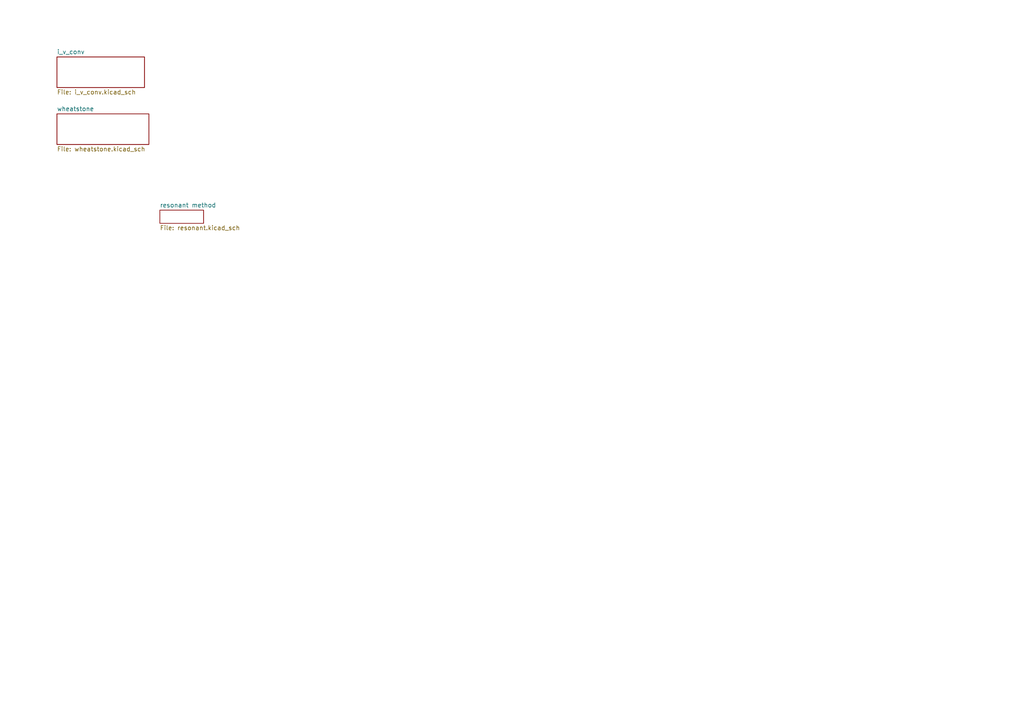
<source format=kicad_sch>
(kicad_sch
	(version 20250114)
	(generator "eeschema")
	(generator_version "9.0")
	(uuid "ba5b7f3f-bcc2-4274-bf72-d951c4da15c7")
	(paper "A4")
	(lib_symbols)
	(text "Ix"
		(exclude_from_sim no)
		(at 121.666 -16.51 0)
		(effects
			(font
				(size 1.27 1.27)
				(color 0 142 7 1)
			)
		)
		(uuid "6cd0e08a-2c71-4260-bd76-c82aae58034c")
	)
	(text "Ux"
		(exclude_from_sim no)
		(at 115.824 -21.336 0)
		(effects
			(font
				(size 1.27 1.27)
				(color 213 0 18 1)
			)
		)
		(uuid "8cc63dd2-6cd7-4e94-9c3f-91e9fa0f777b")
	)
	(text "Ix"
		(exclude_from_sim no)
		(at 110.49 -30.48 0)
		(effects
			(font
				(size 1.27 1.27)
			)
		)
		(uuid "c90d94ab-7bb2-4676-9f4e-7ed75a2e2573")
	)
	(polyline
		(pts
			(xy 113.284 -28.194) (xy 114.046 -28.702)
		)
		(stroke
			(width 0)
			(type default)
		)
		(uuid "3d97cb43-a91b-4955-a403-ab559f58f0d4")
	)
	(polyline
		(pts
			(xy 114.046 -17.526) (xy 114.554 -18.288)
		)
		(stroke
			(width 0)
			(type solid)
			(color 213 0 18 1)
		)
		(uuid "416ccbea-0152-4272-8f59-53ee9562f56a")
	)
	(polyline
		(pts
			(xy 113.284 -29.21) (xy 114.046 -28.702)
		)
		(stroke
			(width 0)
			(type default)
		)
		(uuid "450918a4-ff33-433e-851c-e99e4393e902")
	)
	(polyline
		(pts
			(xy 107.696 -28.702) (xy 113.284 -28.702)
		)
		(stroke
			(width 0)
			(type default)
		)
		(uuid "4639f508-eb0b-4cee-9c3b-f9a575a91ed1")
	)
	(polyline
		(pts
			(xy 124.46 -15.24) (xy 125.222 -14.732)
		)
		(stroke
			(width 0)
			(type default)
			(color 0 142 7 1)
		)
		(uuid "4e582ae6-fd83-4b12-8c85-ec2aac487603")
	)
	(polyline
		(pts
			(xy 118.872 -14.732) (xy 124.46 -14.732)
		)
		(stroke
			(width 0)
			(type default)
			(color 0 142 7 1)
		)
		(uuid "5eb27c69-8dd7-4259-b0fa-e7b80867c316")
	)
	(polyline
		(pts
			(xy 113.284 -29.21) (xy 113.284 -28.194)
		)
		(stroke
			(width 0)
			(type default)
		)
		(uuid "c17131df-3225-4fda-a4bb-c8883601f130")
	)
	(polyline
		(pts
			(xy 113.538 -18.288) (xy 114.046 -17.526)
		)
		(stroke
			(width 0)
			(type solid)
			(color 213 0 18 1)
		)
		(uuid "c6aa17b8-848d-4830-909c-f71f601bb401")
	)
	(polyline
		(pts
			(xy 124.46 -14.224) (xy 125.222 -14.732)
		)
		(stroke
			(width 0)
			(type default)
			(color 0 142 7 1)
		)
		(uuid "ca6e945d-220c-464f-8106-62c3706e6c31")
	)
	(polyline
		(pts
			(xy 114.046 -25.146) (xy 114.046 -17.526)
		)
		(stroke
			(width 0)
			(type solid)
			(color 213 0 18 1)
		)
		(uuid "ec68528d-8d2f-46a0-9ce6-213cf9553d23")
	)
	(polyline
		(pts
			(xy 124.46 -15.24) (xy 124.46 -14.224)
		)
		(stroke
			(width 0)
			(type default)
			(color 0 142 7 1)
		)
		(uuid "f74cd8b2-b06f-40af-ba4f-357938dde75c")
	)
	(sheet
		(at 16.51 16.51)
		(size 25.4 8.89)
		(exclude_from_sim no)
		(in_bom yes)
		(on_board yes)
		(dnp no)
		(fields_autoplaced yes)
		(stroke
			(width 0.1524)
			(type solid)
		)
		(fill
			(color 0 0 0 0.0000)
		)
		(uuid "81b9f537-724d-48ac-ae2f-ece78e16245d")
		(property "Sheetname" "i_v_conv"
			(at 16.51 15.7984 0)
			(effects
				(font
					(size 1.27 1.27)
				)
				(justify left bottom)
			)
		)
		(property "Sheetfile" "i_v_conv.kicad_sch"
			(at 16.51 25.9846 0)
			(effects
				(font
					(size 1.27 1.27)
				)
				(justify left top)
			)
		)
		(instances
			(project "schemata"
				(path "/ba5b7f3f-bcc2-4274-bf72-d951c4da15c7"
					(page "2")
				)
			)
		)
	)
	(sheet
		(at 46.355 60.96)
		(size 12.7 3.81)
		(exclude_from_sim no)
		(in_bom yes)
		(on_board yes)
		(dnp no)
		(fields_autoplaced yes)
		(stroke
			(width 0.1524)
			(type solid)
		)
		(fill
			(color 0 0 0 0.0000)
		)
		(uuid "b07e9222-1b5b-4006-ba73-7ec0f2c6acad")
		(property "Sheetname" "resonant method"
			(at 46.355 60.2484 0)
			(effects
				(font
					(size 1.27 1.27)
				)
				(justify left bottom)
			)
		)
		(property "Sheetfile" "resonant.kicad_sch"
			(at 46.355 65.3546 0)
			(effects
				(font
					(size 1.27 1.27)
				)
				(justify left top)
			)
		)
		(instances
			(project "schemata"
				(path "/ba5b7f3f-bcc2-4274-bf72-d951c4da15c7"
					(page "4")
				)
			)
		)
	)
	(sheet
		(at 16.51 33.02)
		(size 26.67 8.89)
		(exclude_from_sim no)
		(in_bom yes)
		(on_board yes)
		(dnp no)
		(fields_autoplaced yes)
		(stroke
			(width 0.1524)
			(type solid)
		)
		(fill
			(color 0 0 0 0.0000)
		)
		(uuid "e39c6ceb-98aa-46f9-8e7d-c134b310cc1c")
		(property "Sheetname" "wheatstone"
			(at 16.51 32.3084 0)
			(effects
				(font
					(size 1.27 1.27)
				)
				(justify left bottom)
			)
		)
		(property "Sheetfile" "wheatstone.kicad_sch"
			(at 16.51 42.4946 0)
			(effects
				(font
					(size 1.27 1.27)
				)
				(justify left top)
			)
		)
		(instances
			(project "schemata"
				(path "/ba5b7f3f-bcc2-4274-bf72-d951c4da15c7"
					(page "3")
				)
			)
		)
	)
	(sheet_instances
		(path "/"
			(page "1")
		)
	)
	(embedded_fonts no)
)

</source>
